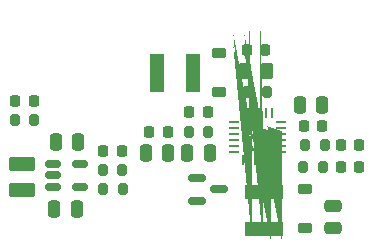
<source format=gbr>
%TF.GenerationSoftware,KiCad,Pcbnew,7.0.9-7.0.9~ubuntu22.04.1*%
%TF.CreationDate,2023-11-27T21:35:50+01:00*%
%TF.ProjectId,ohe_power_supply_1,6f68655f-706f-4776-9572-5f737570706c,rev?*%
%TF.SameCoordinates,Original*%
%TF.FileFunction,Paste,Top*%
%TF.FilePolarity,Positive*%
%FSLAX46Y46*%
G04 Gerber Fmt 4.6, Leading zero omitted, Abs format (unit mm)*
G04 Created by KiCad (PCBNEW 7.0.9-7.0.9~ubuntu22.04.1) date 2023-11-27 21:35:50*
%MOMM*%
%LPD*%
G01*
G04 APERTURE LIST*
G04 Aperture macros list*
%AMRoundRect*
0 Rectangle with rounded corners*
0 $1 Rounding radius*
0 $2 $3 $4 $5 $6 $7 $8 $9 X,Y pos of 4 corners*
0 Add a 4 corners polygon primitive as box body*
4,1,4,$2,$3,$4,$5,$6,$7,$8,$9,$2,$3,0*
0 Add four circle primitives for the rounded corners*
1,1,$1+$1,$2,$3*
1,1,$1+$1,$4,$5*
1,1,$1+$1,$6,$7*
1,1,$1+$1,$8,$9*
0 Add four rect primitives between the rounded corners*
20,1,$1+$1,$2,$3,$4,$5,0*
20,1,$1+$1,$4,$5,$6,$7,0*
20,1,$1+$1,$6,$7,$8,$9,0*
20,1,$1+$1,$8,$9,$2,$3,0*%
%AMFreePoly0*
4,1,57,0.194009,0.449029,0.214144,0.449029,0.231582,0.438960,0.251037,0.433748,0.265277,0.419507,0.282717,0.409439,0.409439,0.282717,0.419508,0.265276,0.433748,0.251037,0.438960,0.231585,0.449030,0.214144,0.449030,0.194005,0.454242,0.174554,0.454242,-0.174554,0.449030,-0.194005,0.449030,-0.214144,0.438960,-0.231585,0.433748,-0.251037,0.419508,-0.265276,0.409439,-0.282717,
0.282717,-0.409439,0.265277,-0.419507,0.251037,-0.433748,0.231582,-0.438960,0.214144,-0.449029,0.194009,-0.449029,0.174554,-0.454242,-0.174554,-0.454242,-0.194005,-0.449030,-0.214144,-0.449030,-0.231585,-0.438960,-0.251037,-0.433748,-0.265276,-0.419508,-0.282717,-0.409439,-0.409439,-0.282717,-0.419507,-0.265277,-0.433748,-0.251037,-0.438960,-0.231582,-0.449029,-0.214144,-0.449029,-0.194008,
-0.454242,-0.174554,-0.454242,0.174554,-0.449029,0.194008,-0.449029,0.214144,-0.438960,0.231582,-0.433748,0.251037,-0.419507,0.265277,-0.409439,0.282717,-0.282717,0.409439,-0.265276,0.419508,-0.251037,0.433748,-0.231585,0.438960,-0.214144,0.449030,-0.194005,0.449030,-0.174554,0.454242,0.174554,0.454242,0.194009,0.449029,0.194009,0.449029,$1*%
G04 Aperture macros list end*
%ADD10RoundRect,0.150000X-0.512500X-0.150000X0.512500X-0.150000X0.512500X0.150000X-0.512500X0.150000X0*%
%ADD11FreePoly0,0.000000*%
%ADD12RoundRect,0.062500X-0.325000X-0.062500X0.325000X-0.062500X0.325000X0.062500X-0.325000X0.062500X0*%
%ADD13RoundRect,0.062500X-0.062500X-0.325000X0.062500X-0.325000X0.062500X0.325000X-0.062500X0.325000X0*%
%ADD14RoundRect,0.200000X0.200000X0.275000X-0.200000X0.275000X-0.200000X-0.275000X0.200000X-0.275000X0*%
%ADD15RoundRect,0.200000X-0.200000X-0.275000X0.200000X-0.275000X0.200000X0.275000X-0.200000X0.275000X0*%
%ADD16RoundRect,0.250000X-0.262500X-0.450000X0.262500X-0.450000X0.262500X0.450000X-0.262500X0.450000X0*%
%ADD17RoundRect,0.150000X-0.587500X-0.150000X0.587500X-0.150000X0.587500X0.150000X-0.587500X0.150000X0*%
%ADD18RoundRect,0.250000X0.850000X-0.375000X0.850000X0.375000X-0.850000X0.375000X-0.850000X-0.375000X0*%
%ADD19R,3.300000X1.200000*%
%ADD20R,1.200000X3.300000*%
%ADD21RoundRect,0.218750X-0.218750X-0.256250X0.218750X-0.256250X0.218750X0.256250X-0.218750X0.256250X0*%
%ADD22RoundRect,0.225000X-0.375000X0.225000X-0.375000X-0.225000X0.375000X-0.225000X0.375000X0.225000X0*%
%ADD23RoundRect,0.225000X0.375000X-0.225000X0.375000X0.225000X-0.375000X0.225000X-0.375000X-0.225000X0*%
%ADD24RoundRect,0.225000X0.225000X0.250000X-0.225000X0.250000X-0.225000X-0.250000X0.225000X-0.250000X0*%
%ADD25RoundRect,0.250000X0.250000X0.475000X-0.250000X0.475000X-0.250000X-0.475000X0.250000X-0.475000X0*%
%ADD26RoundRect,0.225000X-0.225000X-0.250000X0.225000X-0.250000X0.225000X0.250000X-0.225000X0.250000X0*%
%ADD27RoundRect,0.250000X-0.250000X-0.475000X0.250000X-0.475000X0.250000X0.475000X-0.250000X0.475000X0*%
%ADD28RoundRect,0.250000X0.475000X-0.250000X0.475000X0.250000X-0.475000X0.250000X-0.475000X-0.250000X0*%
G04 APERTURE END LIST*
D10*
%TO.C,U2*%
X173925000Y-114400000D03*
X173925000Y-115350000D03*
X173925000Y-116300000D03*
X176200000Y-116300000D03*
X176200000Y-114400000D03*
%TD*%
D11*
%TO.C,U1*%
X191737500Y-111600000D03*
X190762500Y-112575000D03*
X191737500Y-112575000D03*
X190762500Y-111600000D03*
D12*
X189262500Y-110837500D03*
X189262500Y-111337500D03*
X189262500Y-111837500D03*
X189262500Y-112337500D03*
X189262500Y-112837500D03*
X189262500Y-113337500D03*
D13*
X190000000Y-114075000D03*
X190500000Y-114075000D03*
X191000000Y-114075000D03*
X191500000Y-114075000D03*
X192000000Y-114075000D03*
X192500000Y-114075000D03*
D12*
X193237500Y-113337500D03*
X193237500Y-112837500D03*
X193237500Y-112337500D03*
X193237500Y-111837500D03*
X193237500Y-111337500D03*
X193237500Y-110837500D03*
D13*
X192500000Y-110100000D03*
X192000000Y-110100000D03*
X191500000Y-110100000D03*
X191000000Y-110100000D03*
X190500000Y-110100000D03*
X190000000Y-110100000D03*
%TD*%
D14*
%TO.C,R8*%
X172350000Y-110700000D03*
X170700000Y-110700000D03*
%TD*%
%TO.C,R7*%
X178175000Y-116500000D03*
X179825000Y-116500000D03*
%TD*%
D15*
%TO.C,R6*%
X179800000Y-114900000D03*
X178150000Y-114900000D03*
%TD*%
%TO.C,R5*%
X195132500Y-114600000D03*
X196782500Y-114600000D03*
%TD*%
D14*
%TO.C,R4*%
X196925000Y-112757500D03*
X195275000Y-112757500D03*
%TD*%
%TO.C,R3*%
X190387500Y-108300000D03*
X192037500Y-108300000D03*
%TD*%
D16*
%TO.C,R2*%
X190200000Y-106500000D03*
X192025000Y-106500000D03*
%TD*%
D14*
%TO.C,R1*%
X187082500Y-111657500D03*
X185432500Y-111657500D03*
%TD*%
D17*
%TO.C,Q1*%
X187962500Y-116527500D03*
X186087500Y-117477500D03*
X186087500Y-115577500D03*
%TD*%
D18*
%TO.C,L3*%
X171300000Y-116550000D03*
X171300000Y-114400000D03*
%TD*%
D19*
%TO.C,L2*%
X191757500Y-119850000D03*
X191757500Y-116750000D03*
%TD*%
D20*
%TO.C,L1*%
X182700000Y-106700000D03*
X185800000Y-106700000D03*
%TD*%
D21*
%TO.C,D3*%
X170730000Y-109080000D03*
X172305000Y-109080000D03*
%TD*%
D22*
%TO.C,D2*%
X195257500Y-116507500D03*
X195257500Y-119807500D03*
%TD*%
D23*
%TO.C,D1*%
X188000000Y-108250000D03*
X188000000Y-104950000D03*
%TD*%
D24*
%TO.C,C13*%
X178200000Y-113300000D03*
X179750000Y-113300000D03*
%TD*%
D25*
%TO.C,C12*%
X175950000Y-118200000D03*
X174050000Y-118200000D03*
%TD*%
D24*
%TO.C,C11*%
X199832500Y-114600000D03*
X198282500Y-114600000D03*
%TD*%
D26*
%TO.C,C10*%
X198325000Y-112757500D03*
X199875000Y-112757500D03*
%TD*%
D27*
%TO.C,C9*%
X174150000Y-112500000D03*
X176050000Y-112500000D03*
%TD*%
%TO.C,C8*%
X194807500Y-109357500D03*
X196707500Y-109357500D03*
%TD*%
D24*
%TO.C,C7*%
X191887500Y-104700000D03*
X190337500Y-104700000D03*
%TD*%
D28*
%TO.C,C6*%
X197657500Y-119807500D03*
X197657500Y-117907500D03*
%TD*%
D26*
%TO.C,C5*%
X195182500Y-111157500D03*
X196732500Y-111157500D03*
%TD*%
D24*
%TO.C,C4*%
X187032500Y-109957500D03*
X185482500Y-109957500D03*
%TD*%
D25*
%TO.C,C3*%
X187207500Y-113457500D03*
X185307500Y-113457500D03*
%TD*%
D24*
%TO.C,C2*%
X183632500Y-111657500D03*
X182082500Y-111657500D03*
%TD*%
D27*
%TO.C,C1*%
X181807500Y-113457500D03*
X183707500Y-113457500D03*
%TD*%
M02*

</source>
